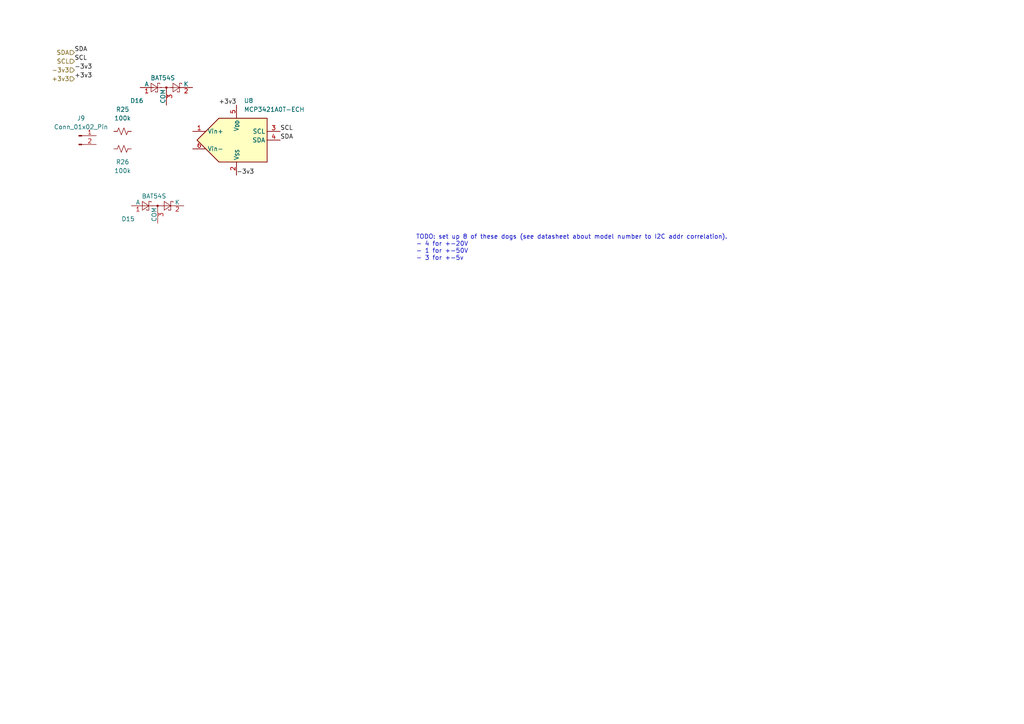
<source format=kicad_sch>
(kicad_sch (version 20250114) (generator "eeschema") (generator_version "9.0")
  (paper "A4")
  (lib_symbols
    (symbol "Analog_ADC:MCP3421A0T-ECH"
      (property "Reference" "U" (at -10.16 7.62 0))
      (property "Value" "MCP3421A0T-ECH" (at 2.54 7.62 0))
      (symbol "MCP3421A0T-ECH_0_1"
        (polyline (pts (xy -5.08 6.35) (xy 8.89 6.35) (xy 8.89 0) (xy 8.89 -6.35) (xy -5.08 -6.35) (xy -11.43 0) (xy -5.08 6.35)) (stroke (width 0.254)) (fill (type background)))
      )
      (symbol "MCP3421A0T-ECH_1_1"
        (pin passive line (at -12.7 2.54 0) (length 3.81) (name "Vin+") (number "1"))
        (pin passive line (at -12.7 -2.54 0) (length 3.81) (name "Vin-") (number "6"))
        (pin power_in line (at 0 10.16 270) (length 3.81) (name "V_{DD}") (number "5"))
        (pin power_in line (at 0 -10.16 90) (length 3.81) (name "V_{SS}") (number "2"))
        (pin input line (at 12.7 2.54 180) (length 3.81) (name "SCL") (number "3"))
        (pin bidirectional line (at 12.7 0 180) (length 3.81) (name "SDA") (number "4"))
      )
    )
    (symbol "Connector:Conn_01x02_Pin" (pin_names (offset 1.016) (hide yes))
      (property "Reference" "J" (at 0 2.54 0))
      (property "Value" "Conn_01x02_Pin" (at 0 -5.08 0))
      (symbol "Conn_01x02_Pin_1_1"
        (rectangle (start 0.8636 0.127) (end 0 -0.127) (stroke (width 0.1524)) (fill (type outline)))
        (rectangle (start 0.8636 -2.413) (end 0 -2.667) (stroke (width 0.1524)) (fill (type outline)))
        (polyline (pts (xy 1.27 0) (xy 0.8636 0)) (stroke (width 0.1524)))
        (polyline (pts (xy 1.27 -2.54) (xy 0.8636 -2.54)) (stroke (width 0.1524)))
        (pin passive line (at 5.08 0 180) (length 3.81) (name "Pin_1") (number "1"))
        (pin passive line (at 5.08 -2.54 180) (length 3.81) (name "Pin_2") (number "2"))
      )
    )
    (symbol "Device:R_Small_US" (pin_numbers (hide yes)) (pin_names (offset 0.254) (hide yes))
      (property "Reference" "R" (at 0.762 0.508 0))
      (property "Value" "R_Small_US" (at 0.762 -1.016 0))
      (symbol "R_Small_US_1_1"
        (polyline (pts (xy 0 1.524) (xy 1.016 1.143) (xy 0 0.762) (xy -1.016 0.381) (xy 0 0)))
        (polyline (pts (xy 0 0) (xy 1.016 -0.381) (xy 0 -0.762) (xy -1.016 -1.143) (xy 0 -1.524)))
        (pin passive line (at 0 2.54 270) (length 1.016) (name "~") (number "1"))
        (pin passive line (at 0 -2.54 90) (length 1.016) (name "~") (number "2"))
      )
    )
    (symbol "Diode:BAT54S" (pin_names (offset 0))
      (property "Reference" "D" (at 2.54 -5.08 0))
      (property "Value" "BAT54S" (at -6.35 3.175 0))
      (symbol "BAT54S_0_1"
        (polyline (pts (xy -4.445 1.27) (xy -4.445 -1.27) (xy -2.54 0) (xy -4.445 1.27)))
        (polyline (pts (xy -3.81 0) (xy -1.27 0)))
        (polyline (pts (xy -3.175 -1.27) (xy -3.175 -1.016)))
        (polyline (pts (xy -2.54 1.27) (xy -1.905 1.27)))
        (polyline (pts (xy -2.54 -1.27) (xy -3.175 -1.27)))
        (polyline (pts (xy -2.54 -1.27) (xy -2.54 1.27)))
        (polyline (pts (xy -1.905 1.27) (xy -1.905 1.016)))
        (polyline (pts (xy -1.905 0) (xy 1.905 0)))
        (circle (center 0 0) (radius 0.254) (fill (type outline)))
        (polyline (pts (xy 1.27 0) (xy 3.81 0)))
        (polyline (pts (xy 1.905 1.27) (xy 1.905 -1.27) (xy 3.81 0) (xy 1.905 1.27)))
        (polyline (pts (xy 3.175 -1.27) (xy 3.175 -1.016)))
        (polyline (pts (xy 3.81 1.27) (xy 4.445 1.27)))
        (polyline (pts (xy 3.81 -1.27) (xy 3.175 -1.27)))
        (polyline (pts (xy 3.81 -1.27) (xy 3.81 1.27)))
        (polyline (pts (xy 4.445 1.27) (xy 4.445 1.016)))
      )
      (symbol "BAT54S_1_1"
        (pin passive line (at -7.62 0 0) (length 3.81) (name "A") (number "1"))
        (pin passive line (at 0 -5.08 90) (length 5.08) (name "COM") (number "3"))
        (pin passive line (at 7.62 0 180) (length 3.81) (name "K") (number "2"))
      )
    )
  )
  (text "TODO: set up 8 of these dogs (see datasheet about model number to I2C addr correlation).\n- 4 for +-20V\n- 1 for +-50V\n- 3 for +-5v\n" (at 120.65 68.072 0) (effects (font (size 1.27 1.27)) (justify left top)))
  (label "SDA" (at 21.59 15.24 0))
  (label "-3v3" (at 21.59 20.32 0))
  (label "SCL" (at 81.28 38.1 0))
  (label "SCL" (at 21.59 17.78 0))
  (label "+3v3" (at 21.59 22.86 0))
  (label "-3v3" (at 68.58 50.8 0))
  (label "+3v3" (at 68.58 30.48 180))
  (label "SDA" (at 81.28 40.64 0))
  (hierarchical_label "SCL" (shape input) (at 21.59 17.78 180))
  (hierarchical_label "+3v3" (shape input) (at 21.59 22.86 180))
  (hierarchical_label "-3v3" (shape input) (at 21.59 20.32 180))
  (hierarchical_label "SDA" (shape input) (at 21.59 15.24 180))
  (symbol (lib_id "Analog_ADC:MCP3421A0T-ECH") (at 68.58 40.64 0) (unit 1)
    (property "Reference" "U8" (at 70.7233 29.21 0) (effects (justify left)))
    (property "Value" "MCP3421A0T-ECH" (at 70.7233 31.75 0) (effects (justify left)))
    (property "Footprint" "Package_TO_SOT_SMD:SOT-23-6" (effects (hide yes)))
    (property "Datasheet" "http://ww1.microchip.com/downloads/en/DeviceDoc/22003e.pdf" (effects (hide yes)))
    (property "Description" "Single Delta-Sigma 18bit Analog to Digital Converter, I2C Interface, SOT-23-6" (effects (hide yes)))
  )
  (symbol (lib_id "Connector:Conn_01x02_Pin") (at 22.86 39.37 0) (unit 1)
    (property "Reference" "J9" (at 23.495 34.29 0))
    (property "Value" "Conn_01x02_Pin" (at 23.495 36.83 0))
    (property "Description" "Generic connector, single row, 01x02, script generated" (effects (hide yes)))
  )
  (symbol (lib_id "Diode:BAT54S") (at 48.26 25.4 0) (unit 1)
    (property "Reference" "D16" (at 41.656 29.21 0) (effects (justify right)))
    (property "Value" "BAT54S" (at 50.8 22.606 0) (effects (justify right)))
    (property "Footprint" "Package_TO_SOT_SMD:SOT-23-3" (effects (hide yes)))
    (property "Datasheet" "https://www.diodes.com/assets/Datasheets/ds11005.pdf" (effects (hide yes)))
    (property "Description" "Vr 30V, If 200mA, Dual schottky barrier diode, in series, SOT-323" (effects (hide yes)))
    (property "mouser" "https://www.mouser.com/ProductDetail/STMicroelectronics/BAT54SFILMY?qs=aA7MvVR8Lz9WP7KctxVz6g%3D%3D" (effects (hide yes)))
    (property "unit x10" "0.136" (effects (hide yes)))
    (property "unit x1" "0.24" (effects (hide yes)))
  )
  (symbol (lib_id "Device:R_Small_US") (at 35.56 43.18 270) (unit 1)
    (property "Reference" "R26" (at 35.56 46.99 90))
    (property "Value" "100k" (at 35.56 49.53 90))
    (property "Description" "Resistor, small US symbol" (effects (hide yes)))
    (property "mouser" "https://www.mouser.com/ProductDetail/YAGEO/RC1206FR-07100KL?qs=sGAEpiMZZMvdGkrng054txdMlaQGj9fiUjmQ%252BDoQQ%252Bs%3D" (effects (hide yes)))
    (property "unit x10" "0.016" (effects (hide yes)))
    (property "unit x1" "0.10" (effects (hide yes)))
  )
  (symbol (lib_id "Device:R_Small_US") (at 35.56 38.1 90) (unit 1)
    (property "Reference" "R25" (at 35.56 31.75 90))
    (property "Value" "100k" (at 35.56 34.29 90))
    (property "Description" "Resistor, small US symbol" (effects (hide yes)))
    (property "mouser" "https://www.mouser.com/ProductDetail/YAGEO/RC1206FR-07100KL?qs=sGAEpiMZZMvdGkrng054txdMlaQGj9fiUjmQ%252BDoQQ%252Bs%3D" (effects (hide yes)))
    (property "unit x10" "0.016" (effects (hide yes)))
    (property "unit x1" "0.10" (effects (hide yes)))
  )
  (symbol (lib_id "Diode:BAT54S") (at 45.72 59.69 0) (unit 1)
    (property "Reference" "D15" (at 39.116 63.5 0) (effects (justify right)))
    (property "Value" "BAT54S" (at 48.26 56.896 0) (effects (justify right)))
    (property "Footprint" "Package_TO_SOT_SMD:SOT-23-3" (effects (hide yes)))
    (property "Datasheet" "https://www.diodes.com/assets/Datasheets/ds11005.pdf" (effects (hide yes)))
    (property "Description" "Vr 30V, If 200mA, Dual schottky barrier diode, in series, SOT-323" (effects (hide yes)))
    (property "mouser" "https://www.mouser.com/ProductDetail/STMicroelectronics/BAT54SFILMY?qs=aA7MvVR8Lz9WP7KctxVz6g%3D%3D" (effects (hide yes)))
    (property "unit x10" "0.136" (effects (hide yes)))
    (property "unit x1" "0.24" (effects (hide yes)))
  )
)
</source>
